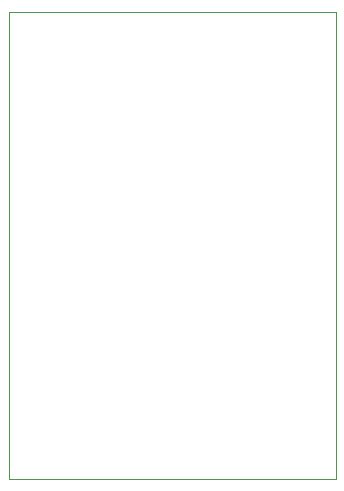
<source format=gbr>
%TF.GenerationSoftware,KiCad,Pcbnew,8.99.0-unknown-8e286d44fc~178~ubuntu22.04.1*%
%TF.CreationDate,2024-05-21T21:22:49+05:30*%
%TF.ProjectId,MiniSWR-Interface,4d696e69-5357-4522-9d49-6e7465726661,rev?*%
%TF.SameCoordinates,Original*%
%TF.FileFunction,Profile,NP*%
%FSLAX46Y46*%
G04 Gerber Fmt 4.6, Leading zero omitted, Abs format (unit mm)*
G04 Created by KiCad (PCBNEW 8.99.0-unknown-8e286d44fc~178~ubuntu22.04.1) date 2024-05-21 21:22:49*
%MOMM*%
%LPD*%
G01*
G04 APERTURE LIST*
%TA.AperFunction,Profile*%
%ADD10C,0.100000*%
%TD*%
G04 APERTURE END LIST*
D10*
X118085000Y-65240000D02*
X145755000Y-65240000D01*
X145755000Y-104740000D01*
X118085000Y-104740000D01*
X118085000Y-65240000D01*
M02*

</source>
